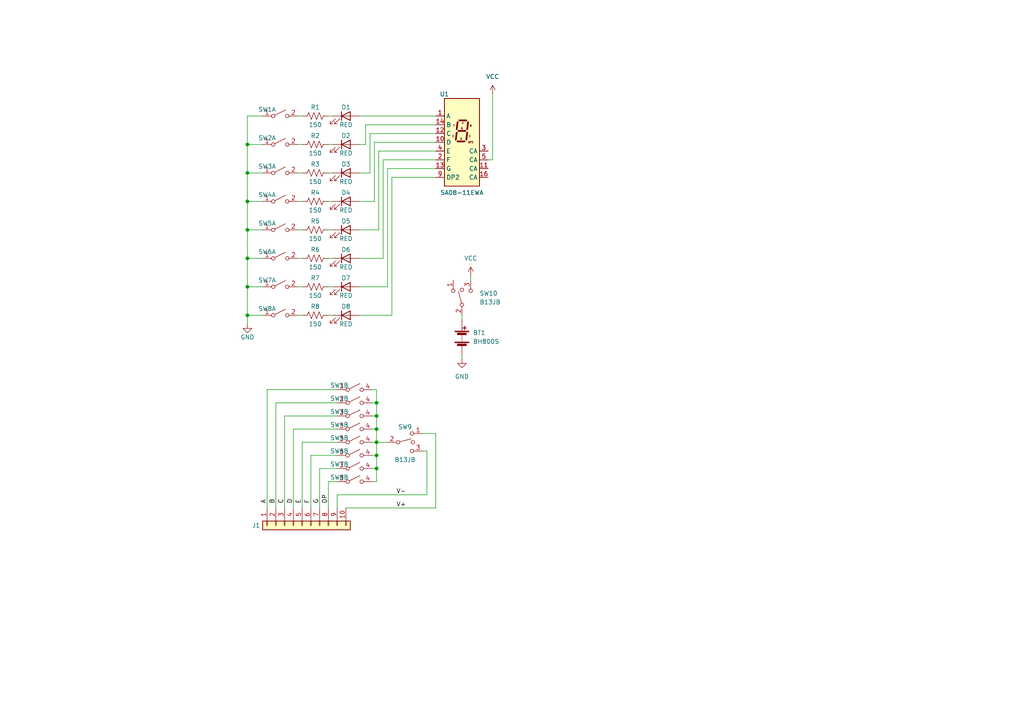
<source format=kicad_sch>
(kicad_sch (version 20211123) (generator eeschema)
  (paper "A4")
  (title_block (title "8 Seg Design Tool") (date "2022-05-23") (rev "v01") (comment 1 "https://creativecommons.org/licenses/by/4.0/") (comment 2 "License: CC BY 4.0") (comment 3 "Author: John Zhang"))
  (lib_symbols
    (symbol "8_Seg_Design_Tool:SA08-11EWA"
      (property "Reference" "U" (at -5.08 15.24 0))
      (property "Value" "SA08-11EWA" (at 0 -12.7 0))
      (symbol "SA08-11EWA_0_0"
        (text "A" (at 0.254 6.858 0) (effects (font (size 0.508 0.508))))
        (text "B" (at 2.54 6.096 0) (effects (font (size 0.508 0.508))))
        (text "C" (at 2.286 3.048 0) (effects (font (size 0.508 0.508))))
        (text "D" (at -0.254 2.286 0) (effects (font (size 0.508 0.508))))
        (text "DP2" (at 2.54 1.27 0) (effects (font (size 0.508 0.508))))
        (text "E" (at -2.54 3.048 0) (effects (font (size 0.508 0.508))))
        (text "F" (at -2.286 6.096 0) (effects (font (size 0.508 0.508))))
        (text "G" (at 0 5.334 0) (effects (font (size 0.508 0.508))))
      )
      (symbol "SA08-11EWA_0_1"
        (rectangle (start -5.08 13.97) (end 5.08 -11.43) (stroke (width 0.254)) (fill (type background)))
        (polyline (pts (xy -1.524 4.064) (xy -1.778 2.032)) (stroke (width 0.508)))
        (polyline (pts (xy -1.27 1.524) (xy 0.762 1.524)) (stroke (width 0.508)))
        (polyline (pts (xy -1.27 7.112) (xy -1.524 5.08)) (stroke (width 0.508)))
        (polyline (pts (xy -1.016 4.572) (xy 1.016 4.572)) (stroke (width 0.508)))
        (polyline (pts (xy -0.762 7.62) (xy 1.27 7.62)) (stroke (width 0.508)))
        (polyline (pts (xy 1.524 4.064) (xy 1.27 2.032)) (stroke (width 0.508)))
        (polyline (pts (xy 1.778 7.112) (xy 1.524 5.08)) (stroke (width 0.508)))
        (polyline (pts (xy 2.54 1.524) (xy 2.54 1.524)) (stroke (width 0.508)))
      )
      (symbol "SA08-11EWA_1_1"
        (pin input line (at -7.62 8.89 0) (length 2.54) (name "A") (number "1"))
        (pin input line (at -7.62 1.27 0) (length 2.54) (name "D") (number "10"))
        (pin input line (at 7.62 -6.35 180) (length 2.54) (name "CA") (number "11"))
        (pin input line (at -7.62 3.81 0) (length 2.54) (name "C") (number "12"))
        (pin input line (at -7.62 -6.35 0) (length 2.54) (name "G") (number "13"))
        (pin input line (at -7.62 6.35 0) (length 2.54) (name "B") (number "14"))
        (pin input line (at 7.62 -8.89 180) (length 2.54) (name "CA") (number "16"))
        (pin input line (at -7.62 -3.81 0) (length 2.54) (name "F") (number "2"))
        (pin input line (at 7.62 -1.27 180) (length 2.54) (name "CA") (number "3"))
        (pin input line (at -7.62 -1.27 0) (length 2.54) (name "E") (number "4"))
        (pin input line (at 7.62 -3.81 180) (length 2.54) (name "CA") (number "5"))
        (pin no_connect line (at 7.62 8.89 180) (length 2.54) hide (name "NC") (number "6"))
        (pin input line (at -7.62 -8.89 0) (length 2.54) (name "DP2") (number "9"))
      )
    )
    (symbol "Connector_Generic:Conn_01x10" (pin_names (offset 1.016) hide)
      (property "Reference" "J" (at 0 12.7 0))
      (property "Value" "Conn_01x10" (at 0 -15.24 0))
      (symbol "Conn_01x10_1_1"
        (rectangle (start -1.27 -12.573) (end 0 -12.827) (stroke (width 0.1524)))
        (rectangle (start -1.27 -10.033) (end 0 -10.287) (stroke (width 0.1524)))
        (rectangle (start -1.27 -7.493) (end 0 -7.747) (stroke (width 0.1524)))
        (rectangle (start -1.27 -4.953) (end 0 -5.207) (stroke (width 0.1524)))
        (rectangle (start -1.27 -2.413) (end 0 -2.667) (stroke (width 0.1524)))
        (rectangle (start -1.27 0.127) (end 0 -0.127) (stroke (width 0.1524)))
        (rectangle (start -1.27 2.667) (end 0 2.413) (stroke (width 0.1524)))
        (rectangle (start -1.27 5.207) (end 0 4.953) (stroke (width 0.1524)))
        (rectangle (start -1.27 7.747) (end 0 7.493) (stroke (width 0.1524)))
        (rectangle (start -1.27 10.287) (end 0 10.033) (stroke (width 0.1524)))
        (rectangle (start -1.27 11.43) (end 1.27 -13.97) (stroke (width 0.254)) (fill (type background)))
        (pin passive line (at -5.08 10.16 0) (length 3.81) (name "Pin_1") (number "1"))
        (pin passive line (at -5.08 -12.7 0) (length 3.81) (name "Pin_10") (number "10"))
        (pin passive line (at -5.08 7.62 0) (length 3.81) (name "Pin_2") (number "2"))
        (pin passive line (at -5.08 5.08 0) (length 3.81) (name "Pin_3") (number "3"))
        (pin passive line (at -5.08 2.54 0) (length 3.81) (name "Pin_4") (number "4"))
        (pin passive line (at -5.08 0 0) (length 3.81) (name "Pin_5") (number "5"))
        (pin passive line (at -5.08 -2.54 0) (length 3.81) (name "Pin_6") (number "6"))
        (pin passive line (at -5.08 -5.08 0) (length 3.81) (name "Pin_7") (number "7"))
        (pin passive line (at -5.08 -7.62 0) (length 3.81) (name "Pin_8") (number "8"))
        (pin passive line (at -5.08 -10.16 0) (length 3.81) (name "Pin_9") (number "9"))
      )
    )
    (symbol "Device:Battery" (pin_numbers hide) (pin_names (offset 0) hide)
      (property "Reference" "BT" (at 2.54 2.54 0))
      (property "Value" "Battery" (at 2.54 0 0))
      (symbol "Battery_0_1"
        (rectangle (start -2.032 -1.397) (end 2.032 -1.651) (fill (type outline)))
        (rectangle (start -2.032 1.778) (end 2.032 1.524) (fill (type outline)))
        (rectangle (start -1.3208 -1.9812) (end 1.27 -2.4892) (fill (type outline)))
        (rectangle (start -1.3208 1.1938) (end 1.27 0.6858) (fill (type outline)))
        (polyline (pts (xy 0 -1.524) (xy 0 -1.27)))
        (polyline (pts (xy 0 -1.016) (xy 0 -0.762)))
        (polyline (pts (xy 0 -0.508) (xy 0 -0.254)))
        (polyline (pts (xy 0 0) (xy 0 0.254)))
        (polyline (pts (xy 0 0.508) (xy 0 0.762)))
        (polyline (pts (xy 0 1.778) (xy 0 2.54)))
        (polyline (pts (xy 0.254 2.667) (xy 1.27 2.667)) (stroke (width 0.254)))
        (polyline (pts (xy 0.762 3.175) (xy 0.762 2.159)) (stroke (width 0.254)))
      )
      (symbol "Battery_1_1"
        (pin passive line (at 0 5.08 270) (length 2.54) (name "+") (number "1"))
        (pin passive line (at 0 -5.08 90) (length 2.54) (name "-") (number "2"))
      )
    )
    (symbol "Device:LED" (pin_numbers hide) (pin_names (offset 1.016) hide)
      (property "Reference" "D" (at 0 2.54 0))
      (property "Value" "LED" (at 0 -2.54 0))
      (symbol "LED_0_1"
        (polyline (pts (xy -1.27 -1.27) (xy -1.27 1.27)) (stroke (width 0.254)))
        (polyline (pts (xy -1.27 0) (xy 1.27 0)))
        (polyline (pts (xy 1.27 -1.27) (xy 1.27 1.27) (xy -1.27 0) (xy 1.27 -1.27)) (stroke (width 0.254)))
        (polyline (pts (xy -3.048 -0.762) (xy -4.572 -2.286) (xy -3.81 -2.286) (xy -4.572 -2.286) (xy -4.572 -1.524)))
        (polyline (pts (xy -1.778 -0.762) (xy -3.302 -2.286) (xy -2.54 -2.286) (xy -3.302 -2.286) (xy -3.302 -1.524)))
      )
      (symbol "LED_1_1"
        (pin passive line (at -3.81 0 0) (length 2.54) (name "K") (number "1"))
        (pin passive line (at 3.81 0 180) (length 2.54) (name "A") (number "2"))
      )
    )
    (symbol "Device:R_US" (pin_numbers hide) (pin_names (offset 0))
      (property "Reference" "R" (at 2.54 0 90))
      (property "Value" "R_US" (at -2.54 0 90))
      (symbol "R_US_0_1"
        (polyline (pts (xy 0 -2.286) (xy 0 -2.54)))
        (polyline (pts (xy 0 2.286) (xy 0 2.54)))
        (polyline (pts (xy 0 -0.762) (xy 1.016 -1.143) (xy 0 -1.524) (xy -1.016 -1.905) (xy 0 -2.286)))
        (polyline (pts (xy 0 0.762) (xy 1.016 0.381) (xy 0 0) (xy -1.016 -0.381) (xy 0 -0.762)))
        (polyline (pts (xy 0 2.286) (xy 1.016 1.905) (xy 0 1.524) (xy -1.016 1.143) (xy 0 0.762)))
      )
      (symbol "R_US_1_1"
        (pin passive line (at 0 3.81 270) (length 1.27) (name "~") (number "1"))
        (pin passive line (at 0 -3.81 90) (length 1.27) (name "~") (number "2"))
      )
    )
    (symbol "Switch:SW_DPST_x2" (pin_names (offset 0) hide)
      (property "Reference" "SW" (at 0 3.175 0))
      (property "Value" "SW_DPST_x2" (at 0 -2.54 0))
      (symbol "SW_DPST_x2_0_0"
        (circle (center -2.032 0) (radius 0.508))
        (polyline (pts (xy -1.524 0.254) (xy 1.524 1.778)))
        (circle (center 2.032 0) (radius 0.508))
      )
      (symbol "SW_DPST_x2_1_1"
        (pin passive line (at -5.08 0 0) (length 2.54) (name "A") (number "1"))
        (pin passive line (at 5.08 0 180) (length 2.54) (name "B") (number "2"))
      )
      (symbol "SW_DPST_x2_2_1"
        (pin passive line (at -5.08 0 0) (length 2.54) (name "A") (number "3"))
        (pin passive line (at 5.08 0 180) (length 2.54) (name "B") (number "4"))
      )
    )
    (symbol "Switch:SW_SPDT_MSM" (pin_names (offset 0) hide)
      (property "Reference" "SW" (at 0 5.08 0))
      (property "Value" "SW_SPDT_MSM" (at 0 -5.08 0))
      (symbol "SW_SPDT_MSM_0_0"
        (circle (center -2.032 0) (radius 0.508))
        (polyline (pts (xy -1.524 0.127) (xy 1.778 1.016)))
        (circle (center 2.032 -2.54) (radius 0.508))
      )
      (symbol "SW_SPDT_MSM_0_1"
        (circle (center 2.032 2.54) (radius 0.508))
        (circle (center 2.286 0) (radius 0.508))
      )
      (symbol "SW_SPDT_MSM_1_1"
        (pin passive line (at 5.08 2.54 180) (length 2.54) (name "1") (number "1"))
        (pin passive line (at -5.08 0 0) (length 2.54) (name "2") (number "2"))
        (pin passive line (at 5.08 -2.54 180) (length 2.54) (name "3") (number "3"))
      )
    )
    (symbol "power:GND" (power) (pin_names (offset 0))
      (property "Value" "GND" (at 0 -3.81 0))
      (symbol "GND_0_1"
        (polyline (pts (xy 0 0) (xy 0 -1.27) (xy 1.27 -1.27) (xy 0 -2.54) (xy -1.27 -1.27) (xy 0 -1.27)))
      )
      (symbol "GND_1_1"
        (pin power_in line (at 0 0 270) (length 0) hide (name "GND") (number "1"))
      )
    )
    (symbol "power:VCC" (power) (pin_names (offset 0))
      (property "Value" "VCC" (at 0 3.81 0))
      (symbol "VCC_0_1"
        (polyline (pts (xy -0.762 1.27) (xy 0 2.54)))
        (polyline (pts (xy 0 0) (xy 0 2.54)))
        (polyline (pts (xy 0 2.54) (xy 0.762 1.27)))
      )
      (symbol "VCC_1_1"
        (pin power_in line (at 0 0 90) (length 0) hide (name "VCC") (number "1"))
      )
    )
  )
  (junction (at 71.755 66.675))
  (junction (at 109.22 124.46))
  (junction (at 109.22 132.08))
  (junction (at 71.755 91.44))
  (junction (at 109.22 120.65))
  (junction (at 71.755 74.93))
  (junction (at 71.755 41.91))
  (junction (at 71.755 50.165))
  (junction (at 109.22 135.89))
  (junction (at 109.22 128.27))
  (junction (at 71.755 83.185))
  (junction (at 109.22 116.84))
  (junction (at 71.755 58.42))
  (wire (pts (xy 95.25 83.185) (xy 96.52 83.185)))
  (wire (pts (xy 107.95 120.65) (xy 109.22 120.65)))
  (wire (pts (xy 87.63 128.27) (xy 87.63 147.32)))
  (wire (pts (xy 86.36 66.675) (xy 87.63 66.675)))
  (wire (pts (xy 104.14 50.165) (xy 107.315 50.165)))
  (wire (pts (xy 71.755 66.675) (xy 76.2 66.675)))
  (wire (pts (xy 112.395 48.895) (xy 112.395 83.185)))
  (wire (pts (xy 104.14 58.42) (xy 108.585 58.42)))
  (wire (pts (xy 86.36 33.655) (xy 87.63 33.655)))
  (wire (pts (xy 109.22 128.27) (xy 109.22 132.08)))
  (wire (pts (xy 71.755 33.655) (xy 76.2 33.655)))
  (wire (pts (xy 86.36 58.42) (xy 87.63 58.42)))
  (wire (pts (xy 107.95 132.08) (xy 109.22 132.08)))
  (wire (pts (xy 95.25 58.42) (xy 96.52 58.42)))
  (wire (pts (xy 95.25 33.655) (xy 96.52 33.655)))
  (wire (pts (xy 123.825 143.51) (xy 97.79 143.51)))
  (wire (pts (xy 113.665 91.44) (xy 104.14 91.44)))
  (wire (pts (xy 109.22 132.08) (xy 109.22 135.89)))
  (wire (pts (xy 77.47 113.03) (xy 97.79 113.03)))
  (wire (pts (xy 71.755 41.91) (xy 71.755 50.165)))
  (wire (pts (xy 86.36 50.165) (xy 87.63 50.165)))
  (wire (pts (xy 80.01 116.84) (xy 80.01 147.32)))
  (wire (pts (xy 107.95 116.84) (xy 109.22 116.84)))
  (wire (pts (xy 71.755 50.165) (xy 71.755 58.42)))
  (wire (pts (xy 126.365 48.895) (xy 112.395 48.895)))
  (wire (pts (xy 109.22 128.27) (xy 112.395 128.27)))
  (wire (pts (xy 71.755 66.675) (xy 71.755 74.93)))
  (wire (pts (xy 90.17 147.32) (xy 90.17 132.08)))
  (wire (pts (xy 85.09 124.46) (xy 97.79 124.46)))
  (wire (pts (xy 133.985 91.44) (xy 133.985 92.71)))
  (wire (pts (xy 126.365 43.815) (xy 109.855 43.815)))
  (wire (pts (xy 71.755 58.42) (xy 71.755 66.675)))
  (wire (pts (xy 82.55 120.65) (xy 97.79 120.65)))
  (wire (pts (xy 112.395 83.185) (xy 104.14 83.185)))
  (wire (pts (xy 109.22 113.03) (xy 109.22 116.84)))
  (wire (pts (xy 104.14 74.93) (xy 111.125 74.93)))
  (wire (pts (xy 86.36 91.44) (xy 87.63 91.44)))
  (wire (pts (xy 109.22 135.89) (xy 109.22 139.7)))
  (wire (pts (xy 82.55 120.65) (xy 82.55 147.32)))
  (wire (pts (xy 80.01 116.84) (xy 97.79 116.84)))
  (wire (pts (xy 107.95 135.89) (xy 109.22 135.89)))
  (wire (pts (xy 122.555 130.81) (xy 123.825 130.81)))
  (wire (pts (xy 107.95 113.03) (xy 109.22 113.03)))
  (wire (pts (xy 76.2 83.185) (xy 71.755 83.185)))
  (wire (pts (xy 123.825 130.81) (xy 123.825 143.51)))
  (wire (pts (xy 71.755 58.42) (xy 76.2 58.42)))
  (wire (pts (xy 71.755 74.93) (xy 71.755 83.185)))
  (wire (pts (xy 86.36 83.185) (xy 87.63 83.185)))
  (wire (pts (xy 107.95 124.46) (xy 109.22 124.46)))
  (wire (pts (xy 71.755 33.655) (xy 71.755 41.91)))
  (wire (pts (xy 71.755 91.44) (xy 71.755 93.98)))
  (wire (pts (xy 109.855 43.815) (xy 109.855 66.675)))
  (wire (pts (xy 108.585 58.42) (xy 108.585 41.275)))
  (wire (pts (xy 104.14 33.655) (xy 126.365 33.655)))
  (wire (pts (xy 86.36 41.91) (xy 87.63 41.91)))
  (wire (pts (xy 108.585 41.275) (xy 126.365 41.275)))
  (wire (pts (xy 100.33 147.32) (xy 126.365 147.32)))
  (wire (pts (xy 111.125 46.355) (xy 126.365 46.355)))
  (wire (pts (xy 111.125 74.93) (xy 111.125 46.355)))
  (wire (pts (xy 77.47 113.03) (xy 77.47 147.32)))
  (wire (pts (xy 126.365 125.73) (xy 126.365 147.32)))
  (wire (pts (xy 104.14 41.91) (xy 106.045 41.91)))
  (wire (pts (xy 90.17 132.08) (xy 97.79 132.08)))
  (wire (pts (xy 141.605 46.355) (xy 142.875 46.355)))
  (wire (pts (xy 107.95 128.27) (xy 109.22 128.27)))
  (wire (pts (xy 107.315 38.735) (xy 126.365 38.735)))
  (wire (pts (xy 122.555 125.73) (xy 126.365 125.73)))
  (wire (pts (xy 136.525 80.01) (xy 136.525 81.28)))
  (wire (pts (xy 97.79 139.7) (xy 95.25 139.7)))
  (wire (pts (xy 109.22 124.46) (xy 109.22 128.27)))
  (wire (pts (xy 71.755 83.185) (xy 71.755 91.44)))
  (wire (pts (xy 126.365 51.435) (xy 113.665 51.435)))
  (wire (pts (xy 106.045 36.195) (xy 126.365 36.195)))
  (wire (pts (xy 95.25 91.44) (xy 96.52 91.44)))
  (wire (pts (xy 109.22 116.84) (xy 109.22 120.65)))
  (wire (pts (xy 71.755 74.93) (xy 76.2 74.93)))
  (wire (pts (xy 71.755 91.44) (xy 76.2 91.44)))
  (wire (pts (xy 97.79 143.51) (xy 97.79 147.32)))
  (wire (pts (xy 92.71 135.89) (xy 97.79 135.89)))
  (wire (pts (xy 142.875 27.305) (xy 142.875 46.355)))
  (wire (pts (xy 109.855 66.675) (xy 104.14 66.675)))
  (wire (pts (xy 85.09 124.46) (xy 85.09 147.32)))
  (wire (pts (xy 95.25 74.93) (xy 96.52 74.93)))
  (wire (pts (xy 107.315 50.165) (xy 107.315 38.735)))
  (wire (pts (xy 113.665 51.435) (xy 113.665 91.44)))
  (wire (pts (xy 95.25 66.675) (xy 96.52 66.675)))
  (wire (pts (xy 106.045 41.91) (xy 106.045 36.195)))
  (wire (pts (xy 87.63 128.27) (xy 97.79 128.27)))
  (wire (pts (xy 109.22 139.7) (xy 107.95 139.7)))
  (wire (pts (xy 109.22 120.65) (xy 109.22 124.46)))
  (wire (pts (xy 71.755 41.91) (xy 76.2 41.91)))
  (wire (pts (xy 133.985 102.87) (xy 133.985 104.14)))
  (wire (pts (xy 71.755 50.165) (xy 76.2 50.165)))
  (wire (pts (xy 95.25 41.91) (xy 96.52 41.91)))
  (wire (pts (xy 92.71 135.89) (xy 92.71 147.32)))
  (wire (pts (xy 95.25 50.165) (xy 96.52 50.165)))
  (wire (pts (xy 95.25 139.7) (xy 95.25 147.32)))
  (wire (pts (xy 86.36 74.93) (xy 87.63 74.93)))
  (label "A" (at 77.47 146.05 90))
  (label "F" (at 90.17 146.05 90))
  (label "V+" (at 114.935 147.32 0))
  (label "C" (at 82.55 146.05 90))
  (label "V-" (at 114.935 143.51 0))
  (label "DP" (at 95.25 146.05 90))
  (label "E" (at 87.63 146.05 90))
  (label "G" (at 92.71 146.05 90))
  (label "B" (at 80.01 146.05 90))
  (label "D" (at 85.09 146.05 90))
  (symbol (lib_id "Switch:SW_DPST_x2") (at 102.87 139.7 0) (unit 2)
    (property "Reference" "SW8" (at 98.425 138.43 0))
    (property "Value" "SW_DPST_x2" (effects hide))
    (property "Footprint" "8 Seg Design Tool:PVA1EEH11-2NV2-PDIP" (effects hide))
  )
  (symbol (lib_id "Device:LED") (at 100.33 41.91 0) (unit 1)
    (property "Reference" "D2" (at 100.33 39.37 0))
    (property "Value" "RED" (at 100.33 44.45 0))
    (property "Footprint" "8 Seg Design Tool:LS-L29K-G1J2-1-Z" (effects hide))
  )
  (symbol (lib_id "Switch:SW_SPDT_MSM") (at 133.985 86.36 90) (unit 1)
    (property "Reference" "SW10" (at 139.065 85.09 90) (effects (justify right)))
    (property "Value" "B13JB" (at 139.065 87.63 90) (effects (justify right)))
    (property "Footprint" "8 Seg Design Tool:B13JB" (effects hide))
  )
  (symbol (lib_id "Connector_Generic:Conn_01x10") (at 87.63 152.4 90) (mirror x) (unit 1)
    (property "Reference" "J1" (at 74.295 152.4 90))
    (property "Value" "Conn_01x10" (effects hide))
    (property "Footprint" "8 Seg Design Tool:613010143121" (effects hide))
  )
  (symbol (lib_id "Device:R_US") (at 91.44 91.44 90) (unit 1)
    (property "Reference" "R8" (at 91.44 88.9 90))
    (property "Value" "150" (at 91.44 93.98 90))
    (property "Footprint" "8 Seg Design Tool:RMCF1206JT150R" (effects hide))
  )
  (symbol (lib_id "Switch:SW_DPST_x2") (at 81.28 83.185 0) (unit 1)
    (property "Reference" "SW7" (at 77.47 81.28 0))
    (property "Value" "SW_DPST_x2" (effects hide))
    (property "Footprint" "8 Seg Design Tool:PVA1EEH11-2NV2-PDIP" (effects hide))
  )
  (symbol (lib_id "power:VCC") (at 136.525 80.01 0) (unit 1)
    (property "Reference" "#PWR04" (effects hide))
    (property "Value" "VCC" (at 136.525 74.93 0))
  )
  (symbol (lib_id "power:GND") (at 133.985 104.14 0) (unit 1)
    (property "Reference" "#PWR05" (effects hide))
    (property "Value" "GND" (at 133.985 109.22 0))
  )
  (symbol (lib_id "Switch:SW_DPST_x2") (at 81.28 66.675 0) (unit 1)
    (property "Reference" "SW5" (at 77.47 64.77 0))
    (property "Value" "SW_DPST_x2" (effects hide))
    (property "Footprint" "8 Seg Design Tool:PVA1EEH11-2NV2-PDIP" (effects hide))
  )
  (symbol (lib_id "Switch:SW_DPST_x2") (at 102.87 116.84 0) (unit 2)
    (property "Reference" "SW2" (at 98.425 115.57 0))
    (property "Value" "SW_DPST_x2" (effects hide))
    (property "Footprint" "8 Seg Design Tool:PVA1EEH11-2NV2-PDIP" (effects hide))
  )
  (symbol (lib_id "Switch:SW_DPST_x2") (at 81.28 74.93 0) (unit 1)
    (property "Reference" "SW6" (at 77.47 73.025 0))
    (property "Value" "SW_DPST_x2" (effects hide))
    (property "Footprint" "8 Seg Design Tool:PVA1EEH11-2NV2-PDIP" (effects hide))
  )
  (symbol (lib_id "Device:LED") (at 100.33 91.44 0) (unit 1)
    (property "Reference" "D8" (at 100.33 88.9 0))
    (property "Value" "RED" (at 100.33 93.98 0))
    (property "Footprint" "8 Seg Design Tool:LS-L29K-G1J2-1-Z" (effects hide))
  )
  (symbol (lib_id "Switch:SW_DPST_x2") (at 81.28 41.91 0) (unit 1)
    (property "Reference" "SW2" (at 77.47 40.005 0))
    (property "Value" "SW_DPST_x2" (effects hide))
    (property "Footprint" "8 Seg Design Tool:PVA1EEH11-2NV2-PDIP" (effects hide))
  )
  (symbol (lib_id "Switch:SW_DPST_x2") (at 102.87 120.65 0) (unit 2)
    (property "Reference" "SW3" (at 98.425 119.38 0))
    (property "Value" "SW_DPST_x2" (effects hide))
    (property "Footprint" "8 Seg Design Tool:PVA1EEH11-2NV2-PDIP" (effects hide))
  )
  (symbol (lib_id "power:VCC") (at 142.875 27.305 0) (unit 1)
    (property "Reference" "#PWR03" (effects hide))
    (property "Value" "VCC" (at 142.875 22.225 0))
  )
  (symbol (lib_id "Device:LED") (at 100.33 33.655 0) (unit 1)
    (property "Reference" "D1" (at 100.33 31.115 0))
    (property "Value" "RED" (at 100.33 36.195 0))
    (property "Footprint" "8 Seg Design Tool:LS-L29K-G1J2-1-Z" (effects hide))
  )
  (symbol (lib_id "power:GND") (at 71.755 93.98 0) (mirror y) (unit 1)
    (property "Reference" "#PWR01" (effects hide))
    (property "Value" "GND" (at 71.755 97.79 0))
  )
  (symbol (lib_id "Device:Battery") (at 133.985 97.79 0) (unit 1)
    (property "Reference" "BT1" (at 137.16 96.52 0) (effects (justify left)))
    (property "Value" "BH800S" (at 137.16 99.06 0) (effects (justify left)))
    (property "Footprint" "8 Seg Design Tool:BH800S" (effects hide))
  )
  (symbol (lib_id "Device:R_US") (at 91.44 33.655 90) (unit 1)
    (property "Reference" "R1" (at 91.44 31.115 90))
    (property "Value" "150" (at 91.44 36.195 90))
    (property "Footprint" "8 Seg Design Tool:RMCF1206JT150R" (effects hide))
  )
  (symbol (lib_id "Device:LED") (at 100.33 58.42 0) (unit 1)
    (property "Reference" "D4" (at 100.33 55.88 0))
    (property "Value" "RED" (at 100.33 60.96 0))
    (property "Footprint" "8 Seg Design Tool:LS-L29K-G1J2-1-Z" (effects hide))
  )
  (symbol (lib_id "Switch:SW_DPST_x2") (at 102.87 113.03 0) (unit 2)
    (property "Reference" "SW1" (at 98.425 111.76 0))
    (property "Value" "SW_DPST_x2" (effects hide))
    (property "Footprint" "8 Seg Design Tool:PVA1EEH11-2NV2-PDIP" (effects hide))
  )
  (symbol (lib_id "Device:R_US") (at 91.44 41.91 90) (unit 1)
    (property "Reference" "R2" (at 91.44 39.37 90))
    (property "Value" "150" (at 91.44 44.45 90))
    (property "Footprint" "8 Seg Design Tool:RMCF1206JT150R" (effects hide))
  )
  (symbol (lib_id "Switch:SW_DPST_x2") (at 81.28 50.165 0) (unit 1)
    (property "Reference" "SW3" (at 77.47 48.26 0))
    (property "Value" "SW_DPST_x2" (effects hide))
    (property "Footprint" "8 Seg Design Tool:PVA1EEH11-2NV2-PDIP" (effects hide))
  )
  (symbol (lib_id "Switch:SW_SPDT_MSM") (at 117.475 128.27 0) (unit 1)
    (property "Reference" "SW9" (at 117.475 123.825 0))
    (property "Value" "B13JB" (at 117.475 133.35 0))
    (property "Footprint" "8 Seg Design Tool:B13JB" (effects hide))
  )
  (symbol (lib_id "8_Seg_Design_Tool:SA08-11EWA") (at 133.985 42.545 0) (unit 1)
    (property "Reference" "U1" (at 128.905 27.305 0))
    (property "Value" "SA08-11EWA" (at 133.985 55.88 0))
    (property "Footprint" "8 Seg Design Tool:SA08-11EWA-PDIP" (effects hide))
    (property "Datasheet" "http://www.kingbrightusa.com/images/catalog/SPEC/sa39-11ewa.pdf" (effects hide))
  )
  (symbol (lib_id "Switch:SW_DPST_x2") (at 102.87 135.89 0) (unit 2)
    (property "Reference" "SW7" (at 98.425 134.62 0))
    (property "Value" "SW_DPST_x2" (effects hide))
    (property "Footprint" "8 Seg Design Tool:PVA1EEH11-2NV2-PDIP" (effects hide))
  )
  (symbol (lib_id "Switch:SW_DPST_x2") (at 102.87 128.27 0) (unit 2)
    (property "Reference" "SW5" (at 98.425 127 0))
    (property "Value" "SW_DPST_x2" (effects hide))
    (property "Footprint" "8 Seg Design Tool:PVA1EEH11-2NV2-PDIP" (effects hide))
  )
  (symbol (lib_id "Device:R_US") (at 91.44 83.185 90) (unit 1)
    (property "Reference" "R7" (at 91.44 80.645 90))
    (property "Value" "150" (at 91.44 85.725 90))
    (property "Footprint" "8 Seg Design Tool:RMCF1206JT150R" (effects hide))
  )
  (symbol (lib_id "Switch:SW_DPST_x2") (at 81.28 58.42 0) (unit 1)
    (property "Reference" "SW4" (at 77.47 56.515 0))
    (property "Value" "SW_DPST_x2" (effects hide))
    (property "Footprint" "8 Seg Design Tool:PVA1EEH11-2NV2-PDIP" (effects hide))
  )
  (symbol (lib_id "Device:R_US") (at 91.44 66.675 90) (unit 1)
    (property "Reference" "R5" (at 91.44 64.135 90))
    (property "Value" "150" (at 91.44 69.215 90))
    (property "Footprint" "8 Seg Design Tool:RMCF1206JT150R" (effects hide))
  )
  (symbol (lib_id "Switch:SW_DPST_x2") (at 102.87 132.08 0) (unit 2)
    (property "Reference" "SW6" (at 98.425 130.81 0))
    (property "Value" "SW_DPST_x2" (effects hide))
    (property "Footprint" "8 Seg Design Tool:PVA1EEH11-2NV2-PDIP" (effects hide))
  )
  (symbol (lib_id "Switch:SW_DPST_x2") (at 81.28 33.655 0) (unit 1)
    (property "Reference" "SW1" (at 77.47 31.75 0))
    (property "Value" "SW_DPST_x2" (effects hide))
    (property "Footprint" "8 Seg Design Tool:PVA1EEH11-2NV2-PDIP" (effects hide))
  )
  (symbol (lib_id "Device:LED") (at 100.33 66.675 0) (unit 1)
    (property "Reference" "D5" (at 100.33 64.135 0))
    (property "Value" "RED" (at 100.33 69.215 0))
    (property "Footprint" "8 Seg Design Tool:LS-L29K-G1J2-1-Z" (effects hide))
  )
  (symbol (lib_id "Device:R_US") (at 91.44 58.42 90) (unit 1)
    (property "Reference" "R4" (at 91.44 55.88 90))
    (property "Value" "150" (at 91.44 60.96 90))
    (property "Footprint" "8 Seg Design Tool:RMCF1206JT150R" (effects hide))
  )
  (symbol (lib_id "Device:LED") (at 100.33 74.93 0) (unit 1)
    (property "Reference" "D6" (at 100.33 72.39 0))
    (property "Value" "RED" (at 100.33 77.47 0))
    (property "Footprint" "8 Seg Design Tool:LS-L29K-G1J2-1-Z" (effects hide))
  )
  (symbol (lib_id "Switch:SW_DPST_x2") (at 81.28 91.44 0) (unit 1)
    (property "Reference" "SW8" (at 77.47 89.535 0))
    (property "Value" "SW_DPST_x2" (effects hide))
    (property "Footprint" "8 Seg Design Tool:PVA1EEH11-2NV2-PDIP" (effects hide))
  )
  (symbol (lib_id "Device:LED") (at 100.33 83.185 0) (unit 1)
    (property "Reference" "D7" (at 100.33 80.645 0))
    (property "Value" "RED" (at 100.33 85.725 0))
    (property "Footprint" "8 Seg Design Tool:LS-L29K-G1J2-1-Z" (effects hide))
  )
  (symbol (lib_id "Device:R_US") (at 91.44 74.93 90) (unit 1)
    (property "Reference" "R6" (at 91.44 72.39 90))
    (property "Value" "150" (at 91.44 77.47 90))
    (property "Footprint" "8 Seg Design Tool:RMCF1206JT150R" (effects hide))
  )
  (symbol (lib_id "Switch:SW_DPST_x2") (at 102.87 124.46 0) (unit 2)
    (property "Reference" "SW4" (at 98.425 123.19 0))
    (property "Value" "SW_DPST_x2" (effects hide))
    (property "Footprint" "8 Seg Design Tool:PVA1EEH11-2NV2-PDIP" (effects hide))
  )
  (symbol (lib_id "Device:R_US") (at 91.44 50.165 90) (unit 1)
    (property "Reference" "R3" (at 91.44 47.625 90))
    (property "Value" "150" (at 91.44 52.705 90))
    (property "Footprint" "8 Seg Design Tool:RMCF1206JT150R" (effects hide))
  )
  (symbol (lib_id "Device:LED") (at 100.33 50.165 0) (unit 1)
    (property "Reference" "D3" (at 100.33 47.625 0))
    (property "Value" "RED" (at 100.33 52.705 0))
    (property "Footprint" "8 Seg Design Tool:LS-L29K-G1J2-1-Z" (effects hide))
  )
)
</source>
